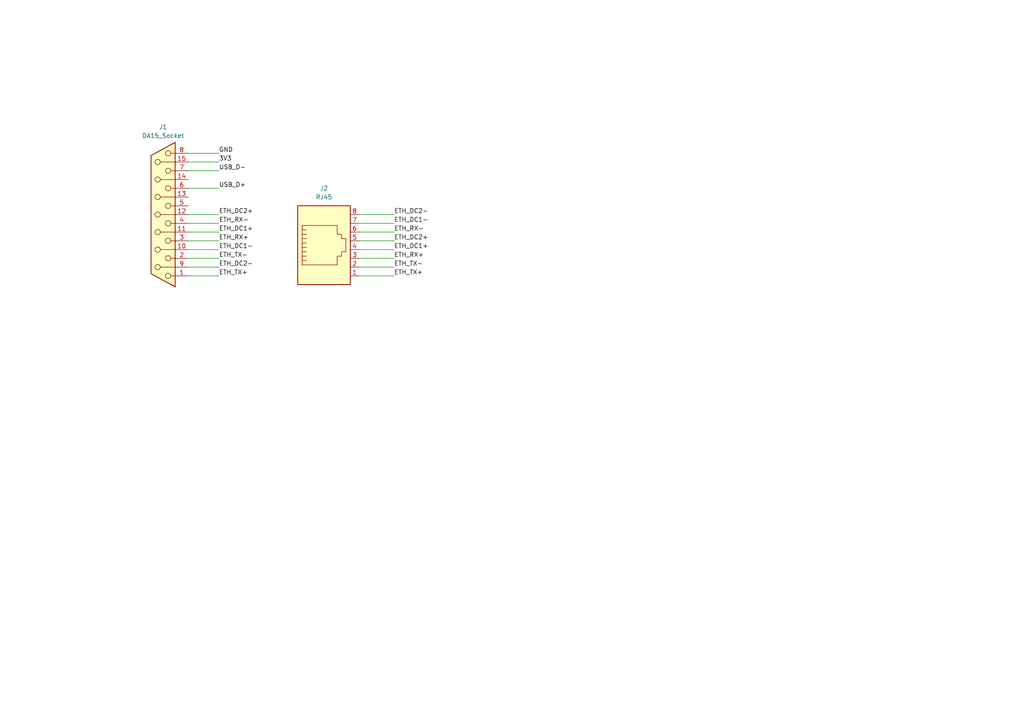
<source format=kicad_sch>
(kicad_sch (version 20250114) (generator "eeschema") (generator_version "9.0")
  (paper "A4")
  (lib_symbols
    (symbol "Connector:DA15_Socket" (pin_names (offset 1.016) (hide yes))
      (property "Reference" "J" (at 0.508 21.59 0))
      (property "Value" "DA15_Socket" (at 0 -22.225 0))
      (symbol "DA15_Socket_0_1"
        (polyline (pts (xy -3.81 20.955) (xy 3.175 17.145) (xy 3.175 -17.145) (xy -3.81 -20.955) (xy -3.81 20.955)) (stroke (width 0.254)) (fill (type background)))
        (polyline (pts (xy -3.81 17.78) (xy -2.54 17.78)))
        (polyline (pts (xy -3.81 15.24) (xy 0.508 15.24)))
        (polyline (pts (xy -3.81 12.7) (xy -2.54 12.7)))
        (polyline (pts (xy -3.81 10.16) (xy 0.508 10.16)))
        (polyline (pts (xy -3.81 7.62) (xy -2.54 7.62)))
        (polyline (pts (xy -3.81 5.08) (xy 0.508 5.08)))
        (polyline (pts (xy -3.81 2.54) (xy -2.54 2.54)))
        (polyline (pts (xy -3.81 0) (xy 0.508 0)))
        (polyline (pts (xy -3.81 -2.54) (xy -2.54 -2.54)))
        (polyline (pts (xy -3.81 -5.08) (xy 0.508 -5.08)))
        (polyline (pts (xy -3.81 -7.62) (xy -2.54 -7.62)))
        (polyline (pts (xy -3.81 -10.16) (xy 0.508 -10.16)))
        (polyline (pts (xy -3.81 -12.7) (xy -2.54 -12.7)))
        (polyline (pts (xy -3.81 -15.24) (xy 0.508 -15.24)))
        (polyline (pts (xy -3.81 -17.78) (xy -2.54 -17.78)))
        (circle (center -1.778 17.78) (radius 0.762))
        (circle (center -1.778 12.7) (radius 0.762))
        (circle (center -1.778 7.62) (radius 0.762))
        (circle (center -1.778 2.54) (radius 0.762))
        (circle (center -1.778 -2.54) (radius 0.762))
        (circle (center -1.778 -7.62) (radius 0.762))
        (circle (center -1.778 -12.7) (radius 0.762))
        (circle (center -1.778 -17.78) (radius 0.762))
        (circle (center 1.27 15.24) (radius 0.762))
        (circle (center 1.27 10.16) (radius 0.762))
        (circle (center 1.27 5.08) (radius 0.762))
        (circle (center 1.27 0) (radius 0.762))
        (circle (center 1.27 -5.08) (radius 0.762))
        (circle (center 1.27 -10.16) (radius 0.762))
        (circle (center 1.27 -15.24) (radius 0.762))
      )
      (symbol "DA15_Socket_1_1"
        (pin passive line (at -7.62 17.78 0) (length 3.81) (name "1") (number "1"))
        (pin passive line (at -7.62 15.24 0) (length 3.81) (name "P9") (number "9"))
        (pin passive line (at -7.62 12.7 0) (length 3.81) (name "2") (number "2"))
        (pin passive line (at -7.62 10.16 0) (length 3.81) (name "P10") (number "10"))
        (pin passive line (at -7.62 7.62 0) (length 3.81) (name "3") (number "3"))
        (pin passive line (at -7.62 5.08 0) (length 3.81) (name "P111") (number "11"))
        (pin passive line (at -7.62 2.54 0) (length 3.81) (name "4") (number "4"))
        (pin passive line (at -7.62 0 0) (length 3.81) (name "P12") (number "12"))
        (pin passive line (at -7.62 -2.54 0) (length 3.81) (name "5") (number "5"))
        (pin passive line (at -7.62 -5.08 0) (length 3.81) (name "P13") (number "13"))
        (pin passive line (at -7.62 -7.62 0) (length 3.81) (name "6") (number "6"))
        (pin passive line (at -7.62 -10.16 0) (length 3.81) (name "P14") (number "14"))
        (pin passive line (at -7.62 -12.7 0) (length 3.81) (name "7") (number "7"))
        (pin passive line (at -7.62 -15.24 0) (length 3.81) (name "P15") (number "15"))
        (pin passive line (at -7.62 -17.78 0) (length 3.81) (name "8") (number "8"))
      )
    )
    (symbol "Connector:RJ45" (pin_names (offset 1.016))
      (property "Reference" "J" (at -5.08 13.97 0))
      (property "Value" "RJ45" (at 2.54 13.97 0))
      (symbol "RJ45_0_1"
        (polyline (pts (xy -6.35 1.905) (xy -5.08 1.905) (xy -5.08 1.905)))
        (polyline (pts (xy -6.35 0.635) (xy -5.08 0.635) (xy -5.08 0.635)))
        (polyline (pts (xy -6.35 -0.635) (xy -5.08 -0.635) (xy -5.08 -0.635)))
        (polyline (pts (xy -6.35 -1.905) (xy -5.08 -1.905) (xy -5.08 -1.905)))
        (polyline (pts (xy -6.35 -3.175) (xy -5.08 -3.175) (xy -5.08 -3.175)))
        (polyline (pts (xy -6.35 -4.445) (xy -6.35 6.985) (xy 3.81 6.985) (xy 3.81 4.445) (xy 5.08 4.445) (xy 5.08 3.175) (xy 6.35 3.175) (xy 6.35 -0.635) (xy 5.08 -0.635) (xy 5.08 -1.905) (xy 3.81 -1.905) (xy 3.81 -4.445) (xy -6.35 -4.445) (xy -6.35 -4.445)))
        (polyline (pts (xy -5.08 5.715) (xy -6.35 5.715)))
        (polyline (pts (xy -5.08 4.445) (xy -6.35 4.445)))
        (polyline (pts (xy -5.08 3.175) (xy -6.35 3.175) (xy -6.35 3.175)))
        (rectangle (start 7.62 12.7) (end -7.62 -10.16) (stroke (width 0.254)) (fill (type background)))
      )
      (symbol "RJ45_1_1"
        (pin passive line (at 10.16 10.16 180) (length 2.54) (name "~") (number "8"))
        (pin passive line (at 10.16 7.62 180) (length 2.54) (name "~") (number "7"))
        (pin passive line (at 10.16 5.08 180) (length 2.54) (name "~") (number "6"))
        (pin passive line (at 10.16 2.54 180) (length 2.54) (name "~") (number "5"))
        (pin passive line (at 10.16 0 180) (length 2.54) (name "~") (number "4"))
        (pin passive line (at 10.16 -2.54 180) (length 2.54) (name "~") (number "3"))
        (pin passive line (at 10.16 -5.08 180) (length 2.54) (name "~") (number "2"))
        (pin passive line (at 10.16 -7.62 180) (length 2.54) (name "~") (number "1"))
      )
    )
  )
  (wire (pts (xy 63.5 49.53) (xy 54.61 49.53)))
  (wire (pts (xy 54.61 67.31) (xy 63.5 67.31)))
  (wire (pts (xy 54.61 64.77) (xy 63.5 64.77)))
  (wire (pts (xy 54.61 69.85) (xy 63.5 69.85)))
  (wire (pts (xy 54.61 77.47) (xy 63.5 77.47)))
  (wire (pts (xy 54.61 72.39) (xy 63.5 72.39)))
  (wire (pts (xy 104.14 74.93) (xy 114.3 74.93)))
  (wire (pts (xy 63.5 44.45) (xy 54.61 44.45)))
  (wire (pts (xy 54.61 80.01) (xy 63.5 80.01)))
  (wire (pts (xy 104.14 69.85) (xy 114.3 69.85)))
  (wire (pts (xy 54.61 62.23) (xy 63.5 62.23)))
  (wire (pts (xy 104.14 64.77) (xy 114.3 64.77)))
  (wire (pts (xy 104.14 72.39) (xy 114.3 72.39)))
  (wire (pts (xy 104.14 62.23) (xy 114.3 62.23)))
  (wire (pts (xy 63.5 46.99) (xy 54.61 46.99)))
  (wire (pts (xy 104.14 67.31) (xy 114.3 67.31)))
  (wire (pts (xy 63.5 54.61) (xy 54.61 54.61)))
  (wire (pts (xy 104.14 80.01) (xy 114.3 80.01)))
  (wire (pts (xy 54.61 74.93) (xy 63.5 74.93)))
  (wire (pts (xy 104.14 77.47) (xy 114.3 77.47)))
  (label "USB_D-" (at 63.5 49.53 0))
  (label "3V3" (at 63.5 46.99 0))
  (label "GND" (at 63.5 44.45 0))
  (label "ETH_DC2-" (at 114.3 62.23 0))
  (label "ETH_TX+" (at 114.3 80.01 0))
  (label "ETH_DC1-" (at 63.5 72.39 0))
  (label "ETH_RX+" (at 63.5 69.85 0))
  (label "ETH_TX-" (at 63.5 74.93 0))
  (label "ETH_TX+" (at 63.5 80.01 0))
  (label "ETH_DC1-" (at 114.3 64.77 0))
  (label "ETH_RX-" (at 63.5 64.77 0))
  (label "ETH_DC2+" (at 114.3 69.85 0))
  (label "ETH_TX-" (at 114.3 77.47 0))
  (label "ETH_RX+" (at 114.3 74.93 0))
  (label "ETH_DC2-" (at 63.5 77.47 0))
  (label "USB_D+" (at 63.5 54.61 0))
  (label "ETH_DC1+" (at 63.5 67.31 0))
  (label "ETH_RX-" (at 114.3 67.31 0))
  (label "ETH_DC1+" (at 114.3 72.39 0))
  (label "ETH_DC2+" (at 63.5 62.23 0))
  (symbol (lib_id "Connector:RJ45") (at 93.98 72.39 0) (unit 1)
    (property "Reference" "J2" (at 93.98 54.61 0))
    (property "Value" "RJ45" (at 93.98 57.15 0))
    (property "Footprint" "Connector_RJ:RJ45_OST_PJ012-8P8CX_Vertical" (effects (hide yes)))
    (property "Description" "RJ connector, 8P8C (8 positions 8 connected)" (effects (hide yes)))
  )
  (symbol (lib_id "Connector:DA15_Socket") (at 46.99 62.23 180) (unit 1)
    (property "Reference" "J1" (at 47.3075 36.83 0))
    (property "Value" "DA15_Socket" (at 47.3075 39.37 0))
    (property "Footprint" "Connector_Dsub:DSUB-15_Socket_Vertical_P2.77x2.84mm" (effects (hide yes)))
    (property "Description" "15-pin D-SUB connector, socket (female) (low-density/2 columns)" (effects (hide yes)))
  )
)
</source>
